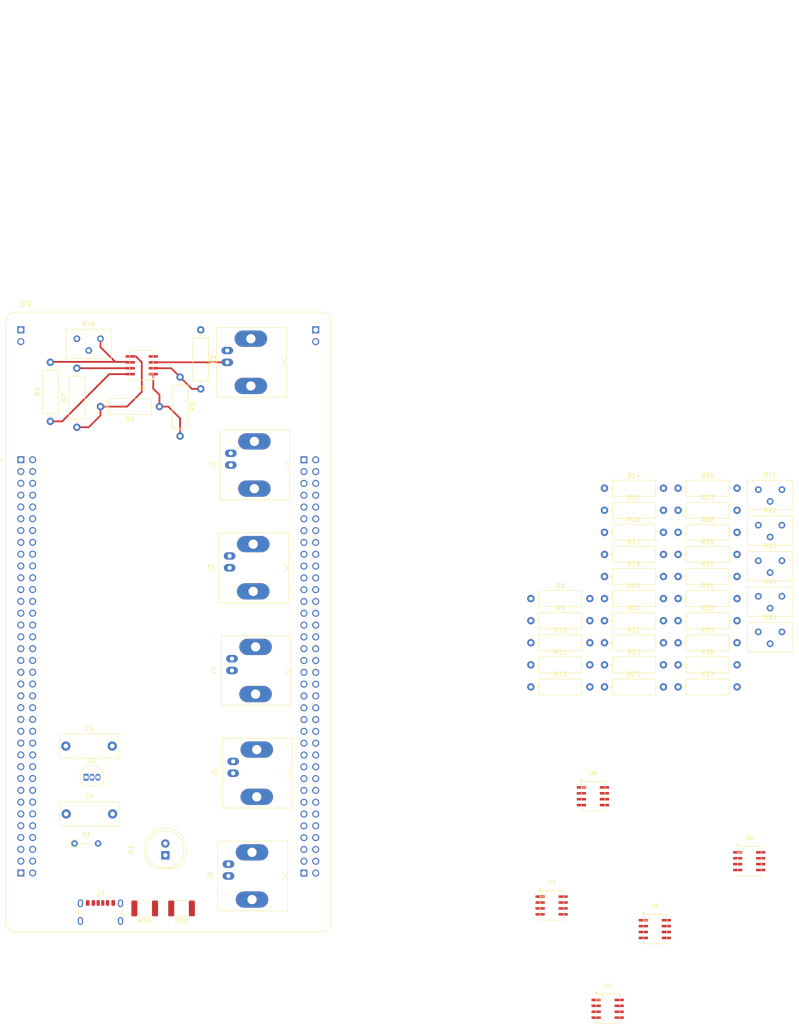
<source format=kicad_pcb>
(kicad_pcb (version 20241229) (generator "pcbnew") (generator_version "9.0")
  (layers (0 "F.Cu" signal) (2 "B.Cu" signal) (13 "F.Paste" user) (15 "B.Paste" user) (5 "F.SilkS" user "F.Silkscreen") (7 "B.SilkS" user "B.Silkscreen") (1 "F.Mask" user) (3 "B.Mask" user) (25 "Edge.Cuts" user))
  (net 0 "")
  (net 1 "GND")
  (net 2 "5V")
  (net 3 "3V3")
  (net 4 "Net-(D1-A)")
  (net 5 "Net-(J7-CC1)")
  (net 6 "Net-(J7-CC2)")
  (net 7 "Net-(R2-Pad2)")
  (net 8 "Net-(R3-Pad2)")
  (net 9 "Net-(R4-Pad2)")
  (net 10 "Net-(R5-Pad2)")
  (net 11 "pulse_out1")
  (net 12 "Net-(R8-Pad2)")
  (net 13 "Net-(R10-Pad1)")
  (net 14 "Net-(R10-Pad2)")
  (net 15 "Net-(R11-Pad2)")
  (net 16 "pulse_out2")
  (net 17 "Net-(R14-Pad2)")
  (net 18 "Net-(R15-Pad2)")
  (net 19 "Net-(R16-Pad2)")
  (net 20 "Net-(R17-Pad2)")
  (net 21 "Net-(R18-Pad2)")
  (net 22 "Net-(R19-Pad2)")
  (net 23 "Net-(R20-Pad2)")
  (net 24 "Net-(R21-Pad2)")
  (net 25 "pulse_out4")
  (net 26 "pulse_out3")
  (net 27 "Net-(R26-Pad2)")
  (net 28 "Net-(R27-Pad2)")
  (net 29 "Net-(R28-Pad2)")
  (net 30 "Net-(R29-Pad2)")
  (net 31 "Net-(R30-Pad2)")
  (net 32 "Net-(R31-Pad2)")
  (net 33 "Net-(R32-Pad2)")
  (net 34 "Net-(R33-Pad2)")
  (net 35 "pulse_out5")
  (net 36 "pulse_out6")
  (net 38 "Net-(U9J-GND_CN16-PadCN16_1)")
  (net 41 "Net-(U9A-GND_CN11-PadCN11_19)")
  (net 54 "Net-(U9I-GND_CN15-PadCN15_1)")
  (net 56 "Net-(U9B-GND_CN12-PadCN12_20)")
  (net 66 "Net-(U9H-GND_CN4-PadCN4_1)")
  (net 98 "Net-(U9G-GND_CN3-PadCN3_1)")
  (net 172 "Net-(J1-In)")
  (net 173 "Net-(J2-In)")
  (net 174 "Net-(J3-In)")
  (net 175 "Net-(J4-In)")
  (net 176 "Net-(J5-In)")
  (net 177 "Net-(J6-In)")
  (footprint "Resistor_THT:R_Axial_DIN0309_L9.0mm_D3.2mm_P12.70mm_Horizontal" (layer "F.Cu") (at 158.7 94.005)
    (property "Reference" "R19")
    (property "Value" "10k")
  )
  (footprint "LED_THT:LED_D8.0mm" (layer "F.Cu") (at 64.135 149.225 90)
    (property "Reference" "D1")
    (property "Value" "LED_RED")
  )
  (footprint "Connector_Coaxial:BNC_Amphenol_B6252HB-NPP3G-50_Horizontal" (layer "F.Cu") (at 78.74 131.572 -90)
    (property "Reference" "J5")
    (property "Value" "Conn_Coaxial")
  )
  (footprint "ADA4891:SOIC8" (layer "F.Cu") (at 61.5315 41.91 180)
    (property "Reference" "U3")
    (property "Value" "ADA4891-2ARZ-R7")
  )
  (footprint "NUCLEOH723ZG:MODULE_NUCLEOH723ZG" (layer "F.Cu") (at 64.77 99.06)
    (property "Reference" "U9")
    (property "Value" "NUCLEOH723ZG")
  )
  (footprint "Capacitor_THT:C_Disc_D12.5mm_W5.0mm_P10.00mm" (layer "F.Cu") (at 42.785 140.335)
    (property "Reference" "C4")
    (property "Value" "1u")
  )
  (footprint "Resistor_THT:R_Axial_DIN0309_L9.0mm_D3.2mm_P12.70mm_Horizontal" (layer "F.Cu") (at 158.7 89.255)
    (property "Reference" "R18")
    (property "Value" "15k")
  )
  (footprint "Potentiometer_THT:Potentiometer_Bourns_3299Y_Vertical" (layer "F.Cu") (at 196.91 85.865)
    (property "Reference" "RV3")
    (property "Value" "R_Potentiometer")
  )
  (footprint "Resistor_THT:R_Axial_DIN0309_L9.0mm_D3.2mm_P12.70mm_Horizontal" (layer "F.Cu") (at 174.55 103.505)
    (property "Reference" "R33")
    (property "Value" "10k")
  )
  (footprint "ADA4891:SOIC8" (layer "F.Cu") (at 144.8435 161.925)
    (property "Reference" "U7")
    (property "Value" "ADA4891-2ARZ-R7")
  )
  (footprint "ADA4891:SOIC8" (layer "F.Cu") (at 167.0685 167.005)
    (property "Reference" "U5")
    (property "Value" "ADA4891-2ARZ-R7")
  )
  (footprint "Potentiometer_THT:Potentiometer_Bourns_3299Y_Vertical" (layer "F.Cu") (at 196.91 101.165)
    (property "Reference" "RV5")
    (property "Value" "R_Potentiometer")
  )
  (footprint "ADA4891:SOIC8" (layer "F.Cu") (at 156.9085 184.15)
    (property "Reference" "U4")
    (property "Value" "ADA4891-2ARZ-R7")
  )
  (footprint "Resistor_THT:R_Axial_DIN0309_L9.0mm_D3.2mm_P12.70mm_Horizontal" (layer "F.Cu") (at 174.55 79.755)
    (property "Reference" "R28")
    (property "Value" "8.2k")
  )
  (footprint "Resistor_THT:R_Axial_DIN0309_L9.0mm_D3.2mm_P12.70mm_Horizontal" (layer "F.Cu") (at 142.85 94.005)
    (property "Reference" "R8")
    (property "Value" "10k")
  )
  (footprint "Resistor_THT:R_Axial_DIN0309_L9.0mm_D3.2mm_P12.70mm_Horizontal" (layer "F.Cu") (at 67.31 46.355 -90)
    (property "Reference" "R3")
    (property "Value" "8.2k")
  )
  (footprint "ADA4891:SOIC8" (layer "F.Cu") (at 187.3885 152.4)
    (property "Reference" "U6")
    (property "Value" "ADA4891-2ARZ-R7")
  )
  (footprint "Potentiometer_THT:Potentiometer_Bourns_3299Y_Vertical" (layer "F.Cu") (at 50.165 38.1)
    (property "Reference" "RV6")
    (property "Value" "R_Potentiometer")
  )
  (footprint "Resistor_THT:R_Axial_DIN0309_L9.0mm_D3.2mm_P12.70mm_Horizontal" (layer "F.Cu") (at 174.55 94.005)
    (property "Reference" "R31")
    (property "Value" "15k")
  )
  (footprint "Resistor_THT:R_Axial_DIN0309_L9.0mm_D3.2mm_P12.70mm_Horizontal" (layer "F.Cu") (at 158.7 75.005)
    (property "Reference" "R15")
    (property "Value" "10k")
  )
  (footprint "Potentiometer_THT:Potentiometer_Bourns_3299Y_Vertical" (layer "F.Cu") (at 196.91 78.215)
    (property "Reference" "RV2")
    (property "Value" "R_Potentiometer")
  )
  (footprint "Resistor_THT:R_Axial_DIN0309_L9.0mm_D3.2mm_P12.70mm_Horizontal" (layer "F.Cu") (at 174.55 98.755)
    (property "Reference" "R32")
    (property "Value" "10k")
  )
  (footprint "Resistor_THT:R_Axial_DIN0309_L9.0mm_D3.2mm_P12.70mm_Horizontal" (layer "F.Cu") (at 45.085 57.15 90)
    (property "Reference" "R7")
    (property "Value" "33k")
  )
  (footprint "ADA4891:SOIC8" (layer "F.Cu") (at 153.7335 138.43)
    (property "Reference" "U8")
    (property "Value" "ADA4891-2ARZ-R7")
  )
  (footprint "Resistor_THT:R_Axial_DIN0309_L9.0mm_D3.2mm_P12.70mm_Horizontal" (layer "F.Cu") (at 39.37 55.88 90)
    (property "Reference" "R5")
    (property "Value" "10k")
  )
  (footprint "Resistor_THT:R_Axial_DIN0309_L9.0mm_D3.2mm_P12.70mm_Horizontal" (layer "F.Cu") (at 142.85 113.005)
    (property "Reference" "R13")
    (property "Value" "33k")
  )
  (footprint "Resistor_THT:R_Axial_DIN0204_L3.6mm_D1.6mm_P5.08mm_Vertical" (layer "F.Cu") (at 44.58 146.685)
    (property "Reference" "R1")
    (property "Value" "660")
  )
  (footprint "Resistor_THT:R_Axial_DIN0309_L9.0mm_D3.2mm_P12.70mm_Horizontal" (layer "F.Cu") (at 158.7 108.255)
    (property "Reference" "R23")
    (property "Value" "33k")
  )
  (footprint "Resistor_THT:R_Axial_DIN0309_L9.0mm_D3.2mm_P12.70mm_Horizontal" (layer "F.Cu") (at 158.7 113.005)
    (property "Reference" "R25")
    (property "Value" "33k")
  )
  (footprint "Resistor_THT:R_Axial_DIN0309_L9.0mm_D3.2mm_P12.70mm_Horizontal" (layer "F.Cu") (at 174.55 108.255)
    (property "Reference" "R36")
    (property "Value" "33k")
  )
  (footprint "Potentiometer_THT:Potentiometer_Bourns_3299Y_Vertical" (layer "F.Cu") (at 196.91 70.565)
    (property "Reference" "RV1")
    (property "Value" "R_Potentiometer")
  )
  (footprint "Resistor_THT:R_Axial_DIN0309_L9.0mm_D3.2mm_P12.70mm_Horizontal" (layer "F.Cu") (at 158.7 84.505)
    (property "Reference" "R17")
    (property "Value" "8.2k")
  )
  (footprint "Resistor_THT:R_Axial_DIN0309_L9.0mm_D3.2mm_P12.70mm_Horizontal" (layer "F.Cu") (at 174.55 84.505)
    (property "Reference" "R29")
    (property "Value" "8.2k")
  )
  (footprint "Connector_Coaxial:BNC_Amphenol_B6252HB-NPP3G-50_Horizontal" (layer "F.Cu") (at 78.486 109.474 -90)
    (property "Reference" "J4")
    (property "Value" "Conn_Coaxial")
  )
  (footprint "Resistor_THT:R_Axial_DIN0309_L9.0mm_D3.2mm_P12.70mm_Horizontal" (layer "F.Cu") (at 142.85 108.255)
    (property "Reference" "R11")
    (property "Value" "10k")
  )
  (footprint "Resistor_THT:R_Axial_DIN0309_L9.0mm_D3.2mm_P12.70mm_Horizontal" (layer "F.Cu") (at 174.55 70.255)
    (property "Reference" "R26")
    (property "Value" "10k")
  )
  (footprint "Resistor_THT:R_Axial_DIN0309_L9.0mm_D3.2mm_P12.70mm_Horizontal" (layer "F.Cu") (at 142.85 98.755)
    (property "Reference" "R9")
    (property "Value" "8.2k")
  )
  (footprint "Potentiometer_THT:Potentiometer_Bourns_3299Y_Vertical" (layer "F.Cu") (at 196.91 93.515)
    (property "Reference" "RV4")
    (property "Value" "R_Potentiometer")
  )
  (footprint "Resistor_SMD:R_1812_4532Metric_Pad1.30x3.40mm_HandSolder" (layer "F.Cu") (at 67.625 160.655 180)
    (property "Reference" "R38")
    (property "Value" "5.1k")
  )
  (footprint "Resistor_SMD:R_1812_4532Metric_Pad1.30x3.40mm_HandSolder" (layer "F.Cu") (at 59.69 160.655 180)
    (property "Reference" "R39")
    (property "Value" "5.1k")
  )
  (footprint "Resistor_THT:R_Axial_DIN0309_L9.0mm_D3.2mm_P12.70mm_Horizontal" (layer "F.Cu") (at 158.7 103.505)
    (property "Reference" "R21")
    (property "Value" "10k")
  )
  (footprint "Resistor_THT:R_Axial_DIN0309_L9.0mm_D3.2mm_P12.70mm_Horizontal" (layer "F.Cu") (at 174.55 75.005)
    (property "Reference" "R27")
    (property "Value" "10k")
  )
  (footprint "Resistor_THT:R_Axial_DIN0309_L9.0mm_D3.2mm_P12.70mm_Horizontal" (layer "F.Cu") (at 174.55 113.005)
    (property "Reference" "R37")
    (property "Value" "33k")
  )
  (footprint "Resistor_THT:R_Axial_DIN0309_L9.0mm_D3.2mm_P12.70mm_Horizontal" (layer "F.Cu") (at 158.7 70.255)
    (property "Reference" "R14")
    (property "Value" "10k")
  )
  (footprint "Resistor_THT:R_Axial_DIN0309_L9.0mm_D3.2mm_P12.70mm_Horizontal" (layer "F.Cu") (at 174.55 89.255)
    (property "Reference" "R30")
    (property "Value" "15k")
  )
  (footprint "Resistor_THT:R_Axial_DIN0309_L9.0mm_D3.2mm_P12.70mm_Horizontal" (layer "F.Cu") (at 158.7 98.755)
    (property "Reference" "R20")
    (property "Value" "15k")
  )
  (footprint "Connector_Coaxial:BNC_Amphenol_B6252HB-NPP3G-50_Horizontal" (layer "F.Cu") (at 77.978 87.376 -90)
    (property "Reference" "J3")
    (property "Value" "Conn_Coaxial")
  )
  (footprint "Connector_USB:USB_C_Receptacle_GCT_USB4125-xx-x-0190_6P_TopMnt_Horizontal" (layer "F.Cu") (at 50.165 162.56)
    (property "Reference" "J7")
    (property "Value" "USB_C_Receptacle_PowerOnly_6P")
  )
  (footprint "Resistor_THT:R_Axial_DIN0309_L9.0mm_D3.2mm_P12.70mm_Horizontal" (layer "F.Cu") (at 142.85 103.505)
    (property "Reference" "R10")
    (property "Value" "15k")
  )
  (footprint "Connector_Coaxial:BNC_Amphenol_B6252HB-NPP3G-50_Horizontal" (layer "F.Cu") (at 77.724 153.67 -90)
    (property "Reference" "J6")
    (property "Value" "Conn_Coaxial")
  )
  (footprint "Package_TO_SOT_THT:TO-92_Inline" (layer "F.Cu") (at 47.07 132.44)
    (property "Reference" "U2")
    (property "Value" "MCP1700x-330xxTO")
  )
  (footprint "Capacitor_THT:C_Disc_D12.5mm_W5.0mm_P10.00mm" (layer "F.Cu") (at 42.705 125.73)
    (property "Reference" "C5")
    (property "Value" "1u")
  )
  (footprint "Connector_Coaxial:BNC_Amphenol_B6252HB-NPP3G-50_Horizontal" (layer "F.Cu") (at 78.232 65.278 -90)
    (property "Reference" "J2")
    (property "Value" "Conn_Coaxial")
  )
  (footprint "Resistor_THT:R_Axial_DIN0309_L9.0mm_D3.2mm_P12.70mm_Horizontal" (layer "F.Cu") (at 62.865 52.705 180)
    (property "Reference" "R4")
    (property "Value" "15k")
  )
  (footprint "Resistor_THT:R_Axial_DIN0309_L9.0mm_D3.2mm_P12.70mm_Horizontal" (layer "F.Cu") (at 158.7 79.755)
    (property "Reference" "R16")
    (property "Value" "8.2k")
  )
  (footprint "Resistor_THT:R_Axial_DIN0309_L9.0mm_D3.2mm_P12.70mm_Horizontal" (layer "F.Cu") (at 71.755 36.195 -90)
    (property "Reference" "R2")
    (property "Value" "10k")
  )
  (footprint "Connector_Coaxial:BNC_Amphenol_B6252HB-NPP3G-50_Horizontal" (layer "F.Cu") (at 77.47 43.18 -90)
    (property "Reference" "J1")
    (property "Value" "Conn_Coaxial")
  )
  (segment (start 39.37 55.88) (end 41.91 55.88) (width 0.381) (layer "F.Cu") (net 3))
  (segment (start 41.91 55.88) (end 52.07 45.72) (width 0.381) (layer "F.Cu") (net 3))
  (segment (start 52.07 45.72) (end 56.5785 45.72) (width 0.381) (layer "F.Cu") (net 3))
  (segment (start 61.5315 44.45) (end 65.405 44.45) (width 0.381) (layer "F.Cu") (net 7))
  (segment (start 65.405 44.45) (end 67.31 46.355) (width 0.381) (layer "F.Cu") (net 7))
  (segment (start 69.85 48.895) (end 67.31 46.355) (width 0.381) (layer "F.Cu") (net 7))
  (segment (start 71.755 48.895) (end 69.85 48.895) (width 0.381) (layer "F.Cu") (net 7))
  (segment (start 62.865 52.705) (end 64.77 52.705) (width 0.381) (layer "F.Cu") (net 8))
  (segment (start 61.5315 48.8315) (end 61.5315 45.72) (width 0.381) (layer "F.Cu") (net 8))
  (segment (start 64.77 52.705) (end 67.31 55.245) (width 0.381) (layer "F.Cu") (net 8))
  (segment (start 62.865 52.705) (end 62.865 50.165) (width 0.381) (layer "F.Cu") (net 8))
  (segment (start 67.31 55.245) (end 67.31 59.055) (width 0.381) (layer "F.Cu") (net 8))
  (segment (start 62.865 50.165) (end 61.5315 48.8315) (width 0.381) (layer "F.Cu") (net 8))
  (segment (start 47.625 57.15) (end 50.165 54.61) (width 0.381) (layer "F.Cu") (net 9))
  (segment (start 50.165 54.61) (end 50.165 52.705) (width 0.381) (layer "F.Cu") (net 9))
  (segment (start 55.88 52.705) (end 59.055 49.53) (width 0.381) (layer "F.Cu") (net 9))
  (segment (start 50.165 52.705) (end 55.88 52.705) (width 0.381) (layer "F.Cu") (net 9))
  (segment (start 59.055 43.18) (end 57.785 41.91) (width 0.381) (layer "F.Cu") (net 9))
  (segment (start 57.785 41.91) (end 56.5785 41.91) (width 0.381) (layer "F.Cu") (net 9))
  (segment (start 59.055 49.53) (end 59.055 43.18) (width 0.381) (layer "F.Cu") (net 9))
  (segment (start 45.085 57.15) (end 47.625 57.15) (width 0.381) (layer "F.Cu") (net 9))
  (segment (start 53.34 43.0775) (end 56.476 43.0775) (width 0.381) (layer "F.Cu") (net 10))
  (segment (start 50.165 38.1) (end 50.165 39.9025) (width 0.381) (layer "F.Cu") (net 10))
  (segment (start 39.4725 43.0775) (end 53.34 43.0775) (width 0.381) (layer "F.Cu") (net 10))
  (segment (start 56.476 43.0775) (end 56.5785 43.18) (width 0.381) (layer "F.Cu") (net 10))
  (segment (start 50.165 39.9025) (end 53.34 43.0775) (width 0.381) (layer "F.Cu") (net 10))
  (segment (start 39.37 43.18) (end 39.4725 43.0775) (width 0.381) (layer "F.Cu") (net 10))
  (segment (start 45.085 44.45) (end 56.5785 44.45) (width 0.381) (layer "F.Cu") (net 11))
  (segment (start 77.47 43.18) (end 61.5315 43.18) (width 0.381) (layer "F.Cu") (net 172))
)
</source>
